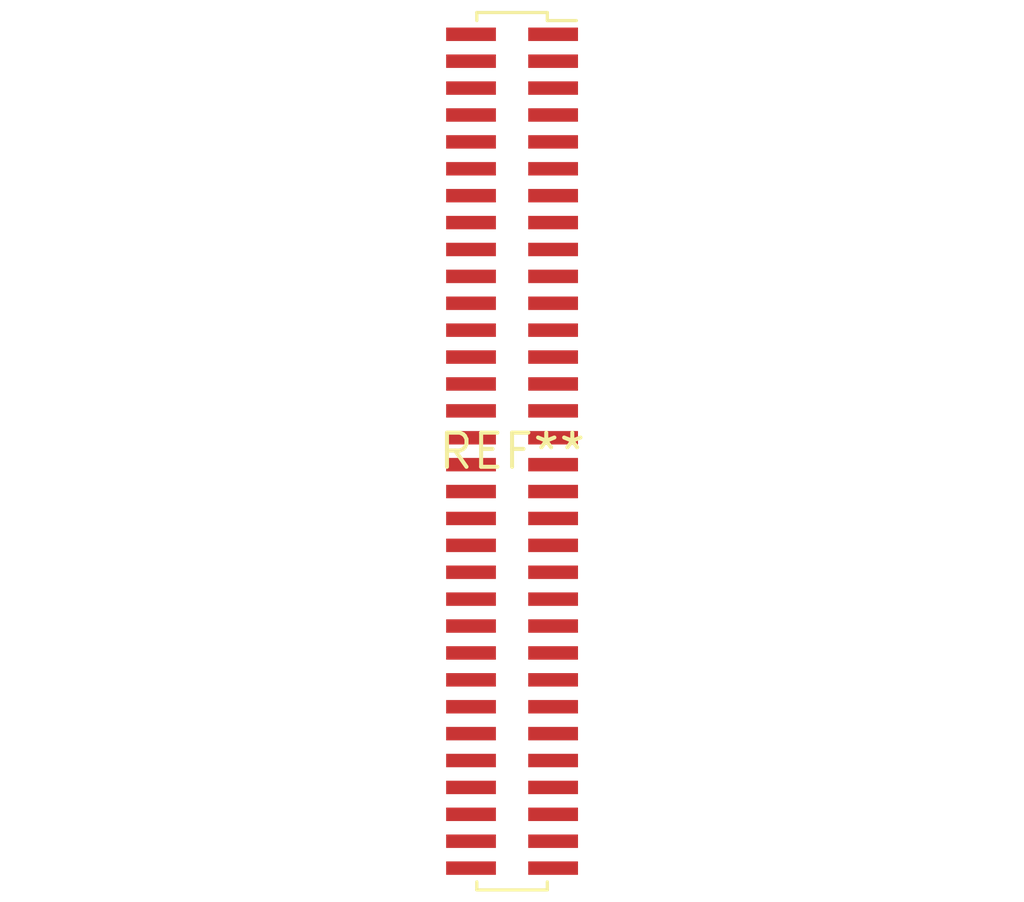
<source format=kicad_pcb>
(kicad_pcb (version 20240108) (generator pcbnew)
  (layers (0 "F.Cu" signal) (31 "B.Cu" signal) (34 "B.Paste" user) (35 "F.Paste" user) (36 "B.SilkS" user "B.Silkscreen") (37 "F.SilkS" user "F.Silkscreen") (38 "B.Mask" user) (39 "F.Mask" user) (44 "Edge.Cuts" user))
  (net 0 "")
  (footprint "PinSocket_2x32_P1.00mm_Vertical_SMD" (layer "F.Cu") (at 0 0)
    (property "Reference" "REF**")
    (property "Value" "PinSocket_2x32_P1.00mm_Vertical_SMD")
    (fp_line (start -1.31 -16.31) (end -1.31 -16.01) (layer "F.SilkS") (stroke (width 0.12)))
    (fp_line (start -1.31 -16.31) (end 1.31 -16.31) (layer "F.SilkS") (stroke (width 0.12)))
    (fp_line (start -1.31 16.01) (end -1.31 16.31) (layer "F.SilkS") (stroke (width 0.12)))
    (fp_line (start -1.31 16.31) (end 1.31 16.31) (layer "F.SilkS") (stroke (width 0.12)))
    (fp_line (start 1.31 -16.31) (end 1.31 -16.01) (layer "F.SilkS") (stroke (width 0.12)))
    (fp_line (start 1.31 -16.01) (end 2.39 -16.01) (layer "F.SilkS") (stroke (width 0.12)))
    (fp_line (start 1.31 16.01) (end 1.31 16.31) (layer "F.SilkS") (stroke (width 0.12)))
    (pad "1" smd rect (at 1.525 -15.5) (size 1.85 0.5) (layers "F.Cu" "F.Paste" "F.Mask"))
    (pad "2" smd rect (at -1.525 -15.5) (size 1.85 0.5) (layers "F.Cu" "F.Paste" "F.Mask"))
    (pad "3" smd rect (at 1.525 -14.5) (size 1.85 0.5) (layers "F.Cu" "F.Paste" "F.Mask"))
    (pad "4" smd rect (at -1.525 -14.5) (size 1.85 0.5) (layers "F.Cu" "F.Paste" "F.Mask"))
    (pad "5" smd rect (at 1.525 -13.5) (size 1.85 0.5) (layers "F.Cu" "F.Paste" "F.Mask"))
    (pad "6" smd rect (at -1.525 -13.5) (size 1.85 0.5) (layers "F.Cu" "F.Paste" "F.Mask"))
    (pad "7" smd rect (at 1.525 -12.5) (size 1.85 0.5) (layers "F.Cu" "F.Paste" "F.Mask"))
    (pad "8" smd rect (at -1.525 -12.5) (size 1.85 0.5) (layers "F.Cu" "F.Paste" "F.Mask"))
    (pad "9" smd rect (at 1.525 -11.5) (size 1.85 0.5) (layers "F.Cu" "F.Paste" "F.Mask"))
    (pad "10" smd rect (at -1.525 -11.5) (size 1.85 0.5) (layers "F.Cu" "F.Paste" "F.Mask"))
    (pad "11" smd rect (at 1.525 -10.5) (size 1.85 0.5) (layers "F.Cu" "F.Paste" "F.Mask"))
    (pad "12" smd rect (at -1.525 -10.5) (size 1.85 0.5) (layers "F.Cu" "F.Paste" "F.Mask"))
    (pad "13" smd rect (at 1.525 -9.5) (size 1.85 0.5) (layers "F.Cu" "F.Paste" "F.Mask"))
    (pad "14" smd rect (at -1.525 -9.5) (size 1.85 0.5) (layers "F.Cu" "F.Paste" "F.Mask"))
    (pad "15" smd rect (at 1.525 -8.5) (size 1.85 0.5) (layers "F.Cu" "F.Paste" "F.Mask"))
    (pad "16" smd rect (at -1.525 -8.5) (size 1.85 0.5) (layers "F.Cu" "F.Paste" "F.Mask"))
    (pad "17" smd rect (at 1.525 -7.5) (size 1.85 0.5) (layers "F.Cu" "F.Paste" "F.Mask"))
    (pad "18" smd rect (at -1.525 -7.5) (size 1.85 0.5) (layers "F.Cu" "F.Paste" "F.Mask"))
    (pad "19" smd rect (at 1.525 -6.5) (size 1.85 0.5) (layers "F.Cu" "F.Paste" "F.Mask"))
    (pad "20" smd rect (at -1.525 -6.5) (size 1.85 0.5) (layers "F.Cu" "F.Paste" "F.Mask"))
    (pad "21" smd rect (at 1.525 -5.5) (size 1.85 0.5) (layers "F.Cu" "F.Paste" "F.Mask"))
    (pad "22" smd rect (at -1.525 -5.5) (size 1.85 0.5) (layers "F.Cu" "F.Paste" "F.Mask"))
    (pad "23" smd rect (at 1.525 -4.5) (size 1.85 0.5) (layers "F.Cu" "F.Paste" "F.Mask"))
    (pad "24" smd rect (at -1.525 -4.5) (size 1.85 0.5) (layers "F.Cu" "F.Paste" "F.Mask"))
    (pad "25" smd rect (at 1.525 -3.5) (size 1.85 0.5) (layers "F.Cu" "F.Paste" "F.Mask"))
    (pad "26" smd rect (at -1.525 -3.5) (size 1.85 0.5) (layers "F.Cu" "F.Paste" "F.Mask"))
    (pad "27" smd rect (at 1.525 -2.5) (size 1.85 0.5) (layers "F.Cu" "F.Paste" "F.Mask"))
    (pad "28" smd rect (at -1.525 -2.5) (size 1.85 0.5) (layers "F.Cu" "F.Paste" "F.Mask"))
    (pad "29" smd rect (at 1.525 -1.5) (size 1.85 0.5) (layers "F.Cu" "F.Paste" "F.Mask"))
    (pad "30" smd rect (at -1.525 -1.5) (size 1.85 0.5) (layers "F.Cu" "F.Paste" "F.Mask"))
    (pad "31" smd rect (at 1.525 -0.5) (size 1.85 0.5) (layers "F.Cu" "F.Paste" "F.Mask"))
    (pad "32" smd rect (at -1.525 -0.5) (size 1.85 0.5) (layers "F.Cu" "F.Paste" "F.Mask"))
    (pad "33" smd rect (at 1.525 0.5) (size 1.85 0.5) (layers "F.Cu" "F.Paste" "F.Mask"))
    (pad "34" smd rect (at -1.525 0.5) (size 1.85 0.5) (layers "F.Cu" "F.Paste" "F.Mask"))
    (pad "35" smd rect (at 1.525 1.5) (size 1.85 0.5) (layers "F.Cu" "F.Paste" "F.Mask"))
    (pad "36" smd rect (at -1.525 1.5) (size 1.85 0.5) (layers "F.Cu" "F.Paste" "F.Mask"))
    (pad "37" smd rect (at 1.525 2.5) (size 1.85 0.5) (layers "F.Cu" "F.Paste" "F.Mask"))
    (pad "38" smd rect (at -1.525 2.5) (size 1.85 0.5) (layers "F.Cu" "F.Paste" "F.Mask"))
    (pad "39" smd rect (at 1.525 3.5) (size 1.85 0.5) (layers "F.Cu" "F.Paste" "F.Mask"))
    (pad "40" smd rect (at -1.525 3.5) (size 1.85 0.5) (layers "F.Cu" "F.Paste" "F.Mask"))
    (pad "41" smd rect (at 1.525 4.5) (size 1.85 0.5) (layers "F.Cu" "F.Paste" "F.Mask"))
    (pad "42" smd rect (at -1.525 4.5) (size 1.85 0.5) (layers "F.Cu" "F.Paste" "F.Mask"))
    (pad "43" smd rect (at 1.525 5.5) (size 1.85 0.5) (layers "F.Cu" "F.Paste" "F.Mask"))
    (pad "44" smd rect (at -1.525 5.5) (size 1.85 0.5) (layers "F.Cu" "F.Paste" "F.Mask"))
    (pad "45" smd rect (at 1.525 6.5) (size 1.85 0.5) (layers "F.Cu" "F.Paste" "F.Mask"))
    (pad "46" smd rect (at -1.525 6.5) (size 1.85 0.5) (layers "F.Cu" "F.Paste" "F.Mask"))
    (pad "47" smd rect (at 1.525 7.5) (size 1.85 0.5) (layers "F.Cu" "F.Paste" "F.Mask"))
    (pad "48" smd rect (at -1.525 7.5) (size 1.85 0.5) (layers "F.Cu" "F.Paste" "F.Mask"))
    (pad "49" smd rect (at 1.525 8.5) (size 1.85 0.5) (layers "F.Cu" "F.Paste" "F.Mask"))
    (pad "50" smd rect (at -1.525 8.5) (size 1.85 0.5) (layers "F.Cu" "F.Paste" "F.Mask"))
    (pad "51" smd rect (at 1.525 9.5) (size 1.85 0.5) (layers "F.Cu" "F.Paste" "F.Mask"))
    (pad "52" smd rect (at -1.525 9.5) (size 1.85 0.5) (layers "F.Cu" "F.Paste" "F.Mask"))
    (pad "53" smd rect (at 1.525 10.5) (size 1.85 0.5) (layers "F.Cu" "F.Paste" "F.Mask"))
    (pad "54" smd rect (at -1.525 10.5) (size 1.85 0.5) (layers "F.Cu" "F.Paste" "F.Mask"))
    (pad "55" smd rect (at 1.525 11.5) (size 1.85 0.5) (layers "F.Cu" "F.Paste" "F.Mask"))
    (pad "56" smd rect (at -1.525 11.5) (size 1.85 0.5) (layers "F.Cu" "F.Paste" "F.Mask"))
    (pad "57" smd rect (at 1.525 12.5) (size 1.85 0.5) (layers "F.Cu" "F.Paste" "F.Mask"))
    (pad "58" smd rect (at -1.525 12.5) (size 1.85 0.5) (layers "F.Cu" "F.Paste" "F.Mask"))
    (pad "59" smd rect (at 1.525 13.5) (size 1.85 0.5) (layers "F.Cu" "F.Paste" "F.Mask"))
    (pad "60" smd rect (at -1.525 13.5) (size 1.85 0.5) (layers "F.Cu" "F.Paste" "F.Mask"))
    (pad "61" smd rect (at 1.525 14.5) (size 1.85 0.5) (layers "F.Cu" "F.Paste" "F.Mask"))
    (pad "62" smd rect (at -1.525 14.5) (size 1.85 0.5) (layers "F.Cu" "F.Paste" "F.Mask"))
    (pad "63" smd rect (at 1.525 15.5) (size 1.85 0.5) (layers "F.Cu" "F.Paste" "F.Mask"))
    (pad "64" smd rect (at -1.525 15.5) (size 1.85 0.5) (layers "F.Cu" "F.Paste" "F.Mask"))
  )
)
</source>
